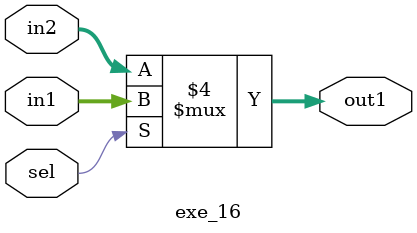
<source format=sv>
/**
*Codigo teste de modulo Aula2
*
*Autor: Víctor Vinicius Welter
*
*Data: Outubro de 2022
*
*Especificacao:
Implemente um circuito exe_16 com duas entradas de 2 bits chamadas in1 e in2.
Adicione uma terceira entrada sel de 1 bit. O circuito deve ter uma única saída out1 de 2
bits.
● O sinal out1 deve receber o valor de in1 quando control está ativo, caso contrário o
sinal de out1 deve receber o valor de in2
● Fazer um testbench para testar

Dica: usar operador assign <> ? <> : <>, if <> else <>, ou case <> endcase
*/
module exe_16 (
    input logic [1:0] in1,
    input logic [1:0] in2,

    input logic sel,

    output logic [1:0] out1
);

always_comb begin
    if(sel == 1) begin
        out1 = in1;
    end
    else begin 
        out1 = in2;
    end
end

endmodule
</source>
